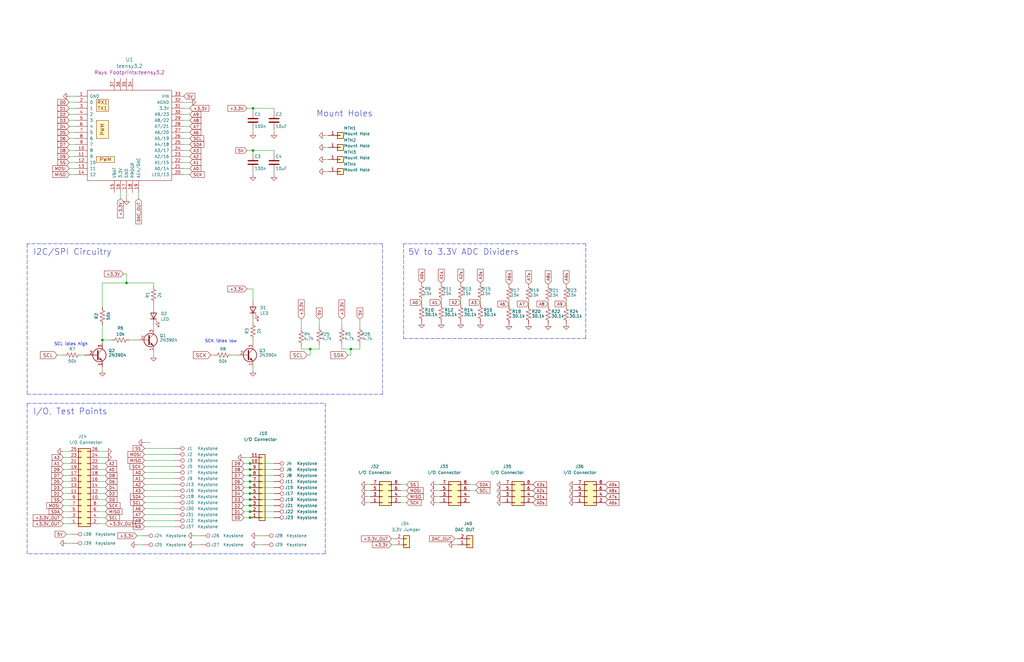
<source format=kicad_sch>
(kicad_sch (version 20211123) (generator eeschema)
  (paper "B")
  (junction (at 106.68 63.5))
  (junction (at 43.18 143.51))
  (junction (at 105.41 218.44))
  (junction (at 130.81 147.32))
  (junction (at 105.41 198.12))
  (junction (at 105.41 208.28))
  (junction (at 106.68 45.72))
  (junction (at 105.41 195.58))
  (junction (at 105.41 210.82))
  (junction (at 53.34 119.38))
  (junction (at 105.41 215.9))
  (junction (at 147.955 147.32))
  (junction (at 105.41 203.2))
  (junction (at 105.41 200.66))
  (junction (at 105.41 205.74))
  (junction (at 105.41 213.36))
  (wire (pts (xy 60.96 201.93) (xy 73.66 201.93)))
  (wire (pts (xy 43.18 119.38) (xy 43.18 129.54)))
  (wire (pts (xy 41.91 215.9) (xy 44.45 215.9)))
  (wire (pts (xy 177.8 127) (xy 177.8 128.27)))
  (wire (pts (xy 115.57 55.88) (xy 115.57 54.61)))
  (wire (pts (xy 29.21 205.74) (xy 26.67 205.74)))
  (wire (pts (xy 146.685 149.86) (xy 147.955 149.86)))
  (wire (pts (xy 105.41 213.36) (xy 115.57 213.36)))
  (wire (pts (xy 29.21 63.5) (xy 31.75 63.5)))
  (wire (pts (xy 80.01 48.26) (xy 77.47 48.26)))
  (wire (pts (xy 106.68 134.62) (xy 106.68 135.89)))
  (polyline (pts (xy 137.16 233.68) (xy 11.43 233.68)))
  (wire (pts (xy 44.45 218.44) (xy 41.91 218.44)))
  (polyline (pts (xy 161.29 166.37) (xy 161.29 102.87)))
  (wire (pts (xy 29.21 40.64) (xy 31.75 40.64)))
  (wire (pts (xy 137.16 72.39) (xy 138.43 72.39)))
  (polyline (pts (xy 170.18 102.87) (xy 170.18 142.875)))
  (wire (pts (xy 27.94 229.235) (xy 30.48 229.235)))
  (wire (pts (xy 138.43 67.31) (xy 137.16 67.31)))
  (wire (pts (xy 43.18 156.21) (xy 43.18 154.94)))
  (wire (pts (xy 202.565 127) (xy 202.565 128.27)))
  (wire (pts (xy 102.87 218.44) (xy 105.41 218.44)))
  (wire (pts (xy 127 134.62) (xy 127 138.43)))
  (wire (pts (xy 102.87 215.9) (xy 105.41 215.9)))
  (wire (pts (xy 214.63 127.635) (xy 214.63 128.905)))
  (wire (pts (xy 53.34 119.38) (xy 43.18 119.38)))
  (wire (pts (xy 105.41 213.36) (xy 102.87 213.36)))
  (wire (pts (xy 41.91 203.2) (xy 44.45 203.2)))
  (wire (pts (xy 184.15 209.55) (xy 185.42 209.55)))
  (wire (pts (xy 115.57 45.72) (xy 115.57 46.99)))
  (wire (pts (xy 60.96 217.17) (xy 73.66 217.17)))
  (wire (pts (xy 77.47 58.42) (xy 80.01 58.42)))
  (polyline (pts (xy 170.18 142.875) (xy 247.015 142.875)))
  (wire (pts (xy 60.96 196.85) (xy 73.66 196.85)))
  (wire (pts (xy 80.01 71.12) (xy 77.47 71.12)))
  (wire (pts (xy 26.67 195.58) (xy 29.21 195.58)))
  (wire (pts (xy 129.54 149.86) (xy 130.81 149.86)))
  (wire (pts (xy 102.87 210.82) (xy 105.41 210.82)))
  (wire (pts (xy 27.94 225.425) (xy 30.48 225.425)))
  (wire (pts (xy 53.34 83.82) (xy 53.34 81.28)))
  (wire (pts (xy 147.955 147.32) (xy 144.145 147.32)))
  (wire (pts (xy 108.585 229.87) (xy 111.125 229.87)))
  (wire (pts (xy 80.01 43.18) (xy 77.47 43.18)))
  (wire (pts (xy 60.96 189.23) (xy 73.66 189.23)))
  (wire (pts (xy 165.1 227.33) (xy 166.37 227.33)))
  (wire (pts (xy 168.91 207.01) (xy 171.45 207.01)))
  (wire (pts (xy 41.91 210.82) (xy 44.45 210.82)))
  (wire (pts (xy 29.21 213.36) (xy 26.67 213.36)))
  (wire (pts (xy 29.21 218.44) (xy 26.67 218.44)))
  (wire (pts (xy 200.66 207.01) (xy 198.12 207.01)))
  (wire (pts (xy 105.41 218.44) (xy 115.57 218.44)))
  (wire (pts (xy 165.1 229.87) (xy 166.37 229.87)))
  (wire (pts (xy 60.96 222.25) (xy 73.66 222.25)))
  (wire (pts (xy 29.21 198.12) (xy 26.67 198.12)))
  (polyline (pts (xy 11.43 170.18) (xy 137.16 170.18)))
  (wire (pts (xy 88.9 149.86) (xy 90.17 149.86)))
  (wire (pts (xy 43.18 143.51) (xy 43.18 144.78)))
  (wire (pts (xy 81.915 226.06) (xy 84.455 226.06)))
  (wire (pts (xy 105.41 208.28) (xy 115.57 208.28)))
  (wire (pts (xy 102.87 195.58) (xy 105.41 195.58)))
  (wire (pts (xy 105.41 198.12) (xy 115.57 198.12)))
  (wire (pts (xy 105.41 198.12) (xy 102.87 198.12)))
  (wire (pts (xy 64.77 128.27) (xy 64.77 129.54)))
  (wire (pts (xy 46.99 143.51) (xy 43.18 143.51)))
  (wire (pts (xy 44.45 190.5) (xy 41.91 190.5)))
  (wire (pts (xy 77.47 68.58) (xy 80.01 68.58)))
  (wire (pts (xy 130.81 147.32) (xy 134.62 147.32)))
  (wire (pts (xy 41.91 198.12) (xy 44.45 198.12)))
  (wire (pts (xy 80.01 55.88) (xy 77.47 55.88)))
  (wire (pts (xy 81.915 229.87) (xy 84.455 229.87)))
  (wire (pts (xy 80.01 66.04) (xy 77.47 66.04)))
  (wire (pts (xy 80.01 53.34) (xy 77.47 53.34)))
  (wire (pts (xy 105.41 203.2) (xy 102.87 203.2)))
  (wire (pts (xy 80.01 73.66) (xy 77.47 73.66)))
  (wire (pts (xy 60.96 207.01) (xy 73.66 207.01)))
  (wire (pts (xy 64.77 119.38) (xy 53.34 119.38)))
  (wire (pts (xy 115.57 205.74) (xy 105.41 205.74)))
  (wire (pts (xy 138.43 57.15) (xy 137.16 57.15)))
  (wire (pts (xy 151.765 147.32) (xy 147.955 147.32)))
  (wire (pts (xy 127 147.32) (xy 127 146.05)))
  (wire (pts (xy 171.45 209.55) (xy 168.91 209.55)))
  (wire (pts (xy 29.21 50.8) (xy 31.75 50.8)))
  (wire (pts (xy 80.01 63.5) (xy 77.47 63.5)))
  (wire (pts (xy 184.15 207.01) (xy 185.42 207.01)))
  (wire (pts (xy 147.955 147.32) (xy 147.955 149.86)))
  (polyline (pts (xy 11.43 102.87) (xy 11.43 166.37)))
  (wire (pts (xy 57.15 143.51) (xy 54.61 143.51)))
  (wire (pts (xy 186.055 127) (xy 186.055 128.27)))
  (wire (pts (xy 60.96 204.47) (xy 73.66 204.47)))
  (wire (pts (xy 44.45 195.58) (xy 41.91 195.58)))
  (wire (pts (xy 154.94 212.09) (xy 156.21 212.09)))
  (wire (pts (xy 154.94 207.01) (xy 156.21 207.01)))
  (wire (pts (xy 137.16 62.23) (xy 138.43 62.23)))
  (wire (pts (xy 34.29 149.86) (xy 35.56 149.86)))
  (wire (pts (xy 60.96 209.55) (xy 73.66 209.55)))
  (wire (pts (xy 60.96 199.39) (xy 73.66 199.39)))
  (wire (pts (xy 60.96 186.69) (xy 63.5 186.69)))
  (wire (pts (xy 231.14 127.635) (xy 231.14 128.905)))
  (wire (pts (xy 29.21 68.58) (xy 31.75 68.58)))
  (wire (pts (xy 57.785 229.87) (xy 60.325 229.87)))
  (wire (pts (xy 106.68 63.5) (xy 115.57 63.5)))
  (wire (pts (xy 144.145 134.62) (xy 144.145 137.795)))
  (wire (pts (xy 43.18 137.16) (xy 43.18 143.51)))
  (wire (pts (xy 151.765 145.415) (xy 151.765 147.32)))
  (wire (pts (xy 26.67 220.98) (xy 29.21 220.98)))
  (wire (pts (xy 60.96 219.71) (xy 73.66 219.71)))
  (polyline (pts (xy 11.43 233.68) (xy 11.43 170.18)))
  (wire (pts (xy 184.15 212.09) (xy 185.42 212.09)))
  (wire (pts (xy 106.68 55.88) (xy 106.68 54.61)))
  (wire (pts (xy 200.66 204.47) (xy 198.12 204.47)))
  (wire (pts (xy 52.07 115.57) (xy 53.34 115.57)))
  (wire (pts (xy 194.31 127) (xy 194.31 128.27)))
  (wire (pts (xy 29.21 200.66) (xy 26.67 200.66)))
  (wire (pts (xy 102.87 200.66) (xy 105.41 200.66)))
  (polyline (pts (xy 161.29 102.87) (xy 11.43 102.87)))
  (wire (pts (xy 29.21 55.88) (xy 31.75 55.88)))
  (wire (pts (xy 60.96 194.31) (xy 73.66 194.31)))
  (wire (pts (xy 105.41 208.28) (xy 102.87 208.28)))
  (wire (pts (xy 106.68 144.78) (xy 106.68 143.51)))
  (wire (pts (xy 222.885 127.635) (xy 222.885 128.905)))
  (wire (pts (xy 58.42 83.82) (xy 58.42 81.28)))
  (wire (pts (xy 102.87 205.74) (xy 105.41 205.74)))
  (polyline (pts (xy 137.16 170.18) (xy 137.16 233.68)))
  (wire (pts (xy 29.21 66.04) (xy 31.75 66.04)))
  (wire (pts (xy 102.87 193.04) (xy 105.41 193.04)))
  (wire (pts (xy 80.01 60.96) (xy 77.47 60.96)))
  (wire (pts (xy 115.57 73.66) (xy 115.57 72.39)))
  (wire (pts (xy 31.75 43.18) (xy 29.21 43.18)))
  (polyline (pts (xy 247.015 102.87) (xy 170.18 102.87)))
  (wire (pts (xy 106.68 73.66) (xy 106.68 72.39)))
  (wire (pts (xy 29.21 193.04) (xy 26.67 193.04)))
  (wire (pts (xy 29.21 60.96) (xy 31.75 60.96)))
  (wire (pts (xy 26.67 208.28) (xy 29.21 208.28)))
  (wire (pts (xy 104.14 121.92) (xy 106.68 121.92)))
  (polyline (pts (xy 11.43 166.37) (xy 161.29 166.37)))
  (wire (pts (xy 106.68 156.21) (xy 106.68 154.94)))
  (wire (pts (xy 115.57 63.5) (xy 115.57 64.77)))
  (wire (pts (xy 127 147.32) (xy 130.81 147.32)))
  (wire (pts (xy 106.68 63.5) (xy 106.68 64.77)))
  (wire (pts (xy 31.75 53.34) (xy 29.21 53.34)))
  (wire (pts (xy 26.67 203.2) (xy 29.21 203.2)))
  (wire (pts (xy 184.15 204.47) (xy 185.42 204.47)))
  (wire (pts (xy 24.13 149.86) (xy 26.67 149.86)))
  (wire (pts (xy 130.81 147.32) (xy 130.81 149.86)))
  (wire (pts (xy 26.67 215.9) (xy 29.21 215.9)))
  (wire (pts (xy 115.57 200.66) (xy 105.41 200.66)))
  (wire (pts (xy 60.96 214.63) (xy 73.66 214.63)))
  (wire (pts (xy 60.96 191.77) (xy 73.66 191.77)))
  (wire (pts (xy 191.77 229.87) (xy 193.04 229.87)))
  (wire (pts (xy 41.91 193.04) (xy 44.45 193.04)))
  (wire (pts (xy 44.45 208.28) (xy 41.91 208.28)))
  (wire (pts (xy 64.77 119.38) (xy 64.77 120.65)))
  (wire (pts (xy 105.41 210.82) (xy 115.57 210.82)))
  (wire (pts (xy 191.77 227.33) (xy 193.04 227.33)))
  (wire (pts (xy 29.21 73.66) (xy 31.75 73.66)))
  (polyline (pts (xy 247.015 142.875) (xy 247.015 102.87)))
  (wire (pts (xy 80.01 45.72) (xy 77.47 45.72)))
  (wire (pts (xy 104.14 63.5) (xy 106.68 63.5)))
  (wire (pts (xy 80.01 50.8) (xy 77.47 50.8)))
  (wire (pts (xy 151.765 134.62) (xy 151.765 137.795)))
  (wire (pts (xy 134.62 145.415) (xy 134.62 147.32)))
  (wire (pts (xy 108.585 226.06) (xy 111.125 226.06)))
  (wire (pts (xy 26.67 190.5) (xy 29.21 190.5)))
  (wire (pts (xy 50.8 83.82) (xy 50.8 81.28)))
  (wire (pts (xy 97.79 149.86) (xy 99.06 149.86)))
  (wire (pts (xy 44.45 213.36) (xy 41.91 213.36)))
  (wire (pts (xy 154.94 204.47) (xy 156.21 204.47)))
  (wire (pts (xy 60.96 212.09) (xy 73.66 212.09)))
  (wire (pts (xy 31.75 58.42) (xy 29.21 58.42)))
  (wire (pts (xy 64.77 149.86) (xy 64.77 148.59)))
  (wire (pts (xy 171.45 204.47) (xy 168.91 204.47)))
  (wire (pts (xy 134.62 134.62) (xy 134.62 137.795)))
  (wire (pts (xy 41.91 220.98) (xy 44.45 220.98)))
  (wire (pts (xy 44.45 200.66) (xy 41.91 200.66)))
  (wire (pts (xy 53.34 115.57) (xy 53.34 119.38)))
  (wire (pts (xy 31.75 48.26) (xy 29.21 48.26)))
  (wire (pts (xy 104.14 45.72) (xy 106.68 45.72)))
  (wire (pts (xy 106.68 45.72) (xy 106.68 46.99)))
  (wire (pts (xy 106.68 45.72) (xy 115.57 45.72)))
  (wire (pts (xy 57.785 226.06) (xy 60.325 226.06)))
  (wire (pts (xy 105.41 203.2) (xy 115.57 203.2)))
  (wire (pts (xy 115.57 195.58) (xy 105.41 195.58)))
  (wire (pts (xy 64.77 138.43) (xy 64.77 137.16)))
  (wire (pts (xy 31.75 71.12) (xy 29.21 71.12)))
  (wire (pts (xy 106.68 121.92) (xy 106.68 127)))
  (wire (pts (xy 154.94 209.55) (xy 156.21 209.55)))
  (wire (pts (xy 168.91 212.09) (xy 171.45 212.09)))
  (wire (pts (xy 105.41 215.9) (xy 115.57 215.9)))
  (wire (pts (xy 26.67 210.82) (xy 29.21 210.82)))
  (wire (pts (xy 29.21 45.72) (xy 31.75 45.72)))
  (wire (pts (xy 44.45 205.74) (xy 41.91 205.74)))
  (wire (pts (xy 238.76 127.635) (xy 238.76 128.905)))
  (wire (pts (xy 144.145 145.415) (xy 144.145 147.32)))
  (text "5V to 3.3V ADC Dividers" (at 172.085 107.95 0) (effects (font (size 2.54 2.54)) (justify left bottom)))
  (text "Mount Holes" (at 133.35 49.53 0) (effects (font (size 2.54 2.54)) (justify left bottom)))
  (text "I/O, Test Points" (at 13.97 175.26 0) (effects (font (size 2.54 2.54)) (justify left bottom)))
  (text "SCK idles low" (at 86.36 144.78 0) (effects (font (size 1.27 1.27)) (justify left bottom)))
  (text "I2C/SPI Circuitry" (at 13.97 107.95 0) (effects (font (size 2.54 2.54)) (justify left bottom)))
  (text "SCL idles high" (at 22.86 146.05 0) (effects (font (size 1.27 1.27)) (justify left bottom)))
  (global_label "SS" (shape input) (at 29.21 68.58 180) (property "Intersheet References" "${INTERSHEET_REFS}" (effects hide)))
  (global_label "+3.3V" (shape input) (at 104.14 121.92 180) (property "Intersheet References" "${INTERSHEET_REFS}" (effects hide)))
  (global_label "MOSI" (shape input) (at 29.21 71.12 180) (property "Intersheet References" "${INTERSHEET_REFS}" (effects hide)))
  (global_label "D4" (shape input) (at 102.87 208.28 180) (property "Intersheet References" "${INTERSHEET_REFS}" (effects hide)))
  (global_label "A1s" (shape input) (at 224.79 209.55 0) (property "Intersheet References" "${INTERSHEET_REFS}" (effects hide)))
  (global_label "5V" (shape input) (at 77.47 40.64 0) (property "Intersheet References" "${INTERSHEET_REFS}" (effects hide)))
  (global_label "SDA" (shape input) (at 26.67 215.9 180) (property "Intersheet References" "${INTERSHEET_REFS}" (effects hide)))
  (global_label "A8s" (shape input) (at 255.27 207.01 0) (property "Intersheet References" "${INTERSHEET_REFS}" (effects hide)))
  (global_label "A9s" (shape input) (at 238.76 120.015 90) (property "Intersheet References" "${INTERSHEET_REFS}" (effects hide)))
  (global_label "A7" (shape input) (at 60.96 217.17 180) (property "Intersheet References" "${INTERSHEET_REFS}" (effects hide)))
  (global_label "+3.3V" (shape input) (at 104.14 45.72 180) (property "Intersheet References" "${INTERSHEET_REFS}" (effects hide)))
  (global_label "5V" (shape input) (at 104.14 63.5 180) (property "Intersheet References" "${INTERSHEET_REFS}" (effects hide)))
  (global_label "A1" (shape input) (at 60.96 201.93 180) (property "Intersheet References" "${INTERSHEET_REFS}" (effects hide)))
  (global_label "A3s" (shape input) (at 202.565 119.38 90) (property "Intersheet References" "${INTERSHEET_REFS}" (effects hide)))
  (global_label "A7" (shape input) (at 222.885 128.27 180) (property "Intersheet References" "${INTERSHEET_REFS}" (effects hide)))
  (global_label "MISO" (shape input) (at 29.21 73.66 180) (property "Intersheet References" "${INTERSHEET_REFS}" (effects hide)))
  (global_label "D3" (shape input) (at 102.87 210.82 180) (property "Intersheet References" "${INTERSHEET_REFS}" (effects hide)))
  (global_label "SCK" (shape input) (at 44.45 213.36 0) (property "Intersheet References" "${INTERSHEET_REFS}" (effects hide)))
  (global_label "D8" (shape input) (at 102.87 198.12 180) (property "Intersheet References" "${INTERSHEET_REFS}" (effects hide)))
  (global_label "+3.3V" (shape input) (at 50.8 83.82 270) (property "Intersheet References" "${INTERSHEET_REFS}" (effects hide)))
  (global_label "A0s" (shape input) (at 177.8 119.38 90) (property "Intersheet References" "${INTERSHEET_REFS}" (effects hide)))
  (global_label "D2" (shape input) (at 44.45 208.28 0) (property "Intersheet References" "${INTERSHEET_REFS}" (effects hide)))
  (global_label "+3.3V" (shape input) (at 80.01 45.72 0) (property "Intersheet References" "${INTERSHEET_REFS}" (effects hide)))
  (global_label "A8" (shape input) (at 231.14 128.27 180) (property "Intersheet References" "${INTERSHEET_REFS}" (effects hide)))
  (global_label "SCK" (shape input) (at 171.45 212.09 0) (property "Intersheet References" "${INTERSHEET_REFS}" (effects hide)))
  (global_label "SDA" (shape input) (at 146.685 149.86 180) (effects (font (size 1.524 1.524))) (property "Intersheet References" "${INTERSHEET_REFS}" (effects hide)))
  (global_label "+3.3V" (shape input) (at 52.07 115.57 180) (property "Intersheet References" "${INTERSHEET_REFS}" (effects hide)))
  (global_label "SCL" (shape input) (at 44.45 218.44 0) (property "Intersheet References" "${INTERSHEET_REFS}" (effects hide)))
  (global_label "A0" (shape input) (at 60.96 199.39 180) (property "Intersheet References" "${INTERSHEET_REFS}" (effects hide)))
  (global_label "A0" (shape input) (at 177.8 127.635 180) (property "Intersheet References" "${INTERSHEET_REFS}" (effects hide)))
  (global_label "A9" (shape input) (at 238.76 128.27 180) (property "Intersheet References" "${INTERSHEET_REFS}" (effects hide)))
  (global_label "D2" (shape input) (at 102.87 213.36 180) (property "Intersheet References" "${INTERSHEET_REFS}" (effects hide)))
  (global_label "A3" (shape input) (at 26.67 193.04 180) (property "Intersheet References" "${INTERSHEET_REFS}" (effects hide)))
  (global_label "DAC_OUT" (shape input) (at 191.77 227.33 180) (property "Intersheet References" "${INTERSHEET_REFS}" (effects hide)))
  (global_label "A2" (shape input) (at 44.45 195.58 0) (property "Intersheet References" "${INTERSHEET_REFS}" (effects hide)))
  (global_label "+3.3V" (shape input) (at 127 134.62 90) (property "Intersheet References" "${INTERSHEET_REFS}" (effects hide)))
  (global_label "A3" (shape input) (at 80.01 63.5 0) (property "Intersheet References" "${INTERSHEET_REFS}" (effects hide)))
  (global_label "5V" (shape input) (at 134.62 134.62 90) (property "Intersheet References" "${INTERSHEET_REFS}" (effects hide)))
  (global_label "A2" (shape input) (at 60.96 204.47 180) (property "Intersheet References" "${INTERSHEET_REFS}" (effects hide)))
  (global_label "A6" (shape input) (at 214.63 128.27 180) (property "Intersheet References" "${INTERSHEET_REFS}" (effects hide)))
  (global_label "A2" (shape input) (at 80.01 66.04 0) (property "Intersheet References" "${INTERSHEET_REFS}" (effects hide)))
  (global_label "A1" (shape input) (at 26.67 195.58 180) (property "Intersheet References" "${INTERSHEET_REFS}" (effects hide)))
  (global_label "+3.3V" (shape input) (at 57.785 226.06 180) (property "Intersheet References" "${INTERSHEET_REFS}" (effects hide)))
  (global_label "A0" (shape input) (at 80.01 71.12 0) (property "Intersheet References" "${INTERSHEET_REFS}" (effects hide)))
  (global_label "A9" (shape input) (at 80.01 48.26 0) (property "Intersheet References" "${INTERSHEET_REFS}" (effects hide)))
  (global_label "+3.3V_OUT" (shape input) (at 44.45 220.98 0) (property "Intersheet References" "${INTERSHEET_REFS}" (effects hide)))
  (global_label "A8s" (shape input) (at 231.14 120.015 90) (property "Intersheet References" "${INTERSHEET_REFS}" (effects hide)))
  (global_label "A3s" (shape input) (at 224.79 204.47 0) (property "Intersheet References" "${INTERSHEET_REFS}" (effects hide)))
  (global_label "D9" (shape input) (at 29.21 66.04 180) (property "Intersheet References" "${INTERSHEET_REFS}" (effects hide)))
  (global_label "+3.3V_OUT" (shape input) (at 165.1 227.33 180) (property "Intersheet References" "${INTERSHEET_REFS}" (effects hide)))
  (global_label "A7s" (shape input) (at 222.885 120.015 90) (property "Intersheet References" "${INTERSHEET_REFS}" (effects hide)))
  (global_label "D1" (shape input) (at 26.67 208.28 180) (property "Intersheet References" "${INTERSHEET_REFS}" (effects hide)))
  (global_label "DAC_OUT" (shape input) (at 58.42 83.82 270) (property "Intersheet References" "${INTERSHEET_REFS}" (effects hide)))
  (global_label "SS" (shape input) (at 171.45 204.47 0) (property "Intersheet References" "${INTERSHEET_REFS}" (effects hide)))
  (global_label "D7" (shape input) (at 102.87 200.66 180) (property "Intersheet References" "${INTERSHEET_REFS}" (effects hide)))
  (global_label "D7" (shape input) (at 29.21 60.96 180) (property "Intersheet References" "${INTERSHEET_REFS}" (effects hide)))
  (global_label "SDA" (shape input) (at 200.66 204.47 0) (property "Intersheet References" "${INTERSHEET_REFS}" (effects hide)))
  (global_label "D8" (shape input) (at 44.45 200.66 0) (property "Intersheet References" "${INTERSHEET_REFS}" (effects hide)))
  (global_label "A0s" (shape input) (at 224.79 212.09 0) (property "Intersheet References" "${INTERSHEET_REFS}" (effects hide)))
  (global_label "MISO" (shape input) (at 171.45 209.55 0) (property "Intersheet References" "${INTERSHEET_REFS}" (effects hide)))
  (global_label "MISO" (shape input) (at 44.45 215.9 0) (property "Intersheet References" "${INTERSHEET_REFS}" (effects hide)))
  (global_label "SCL" (shape input) (at 129.54 149.86 180) (effects (font (size 1.524 1.524))) (property "Intersheet References" "${INTERSHEET_REFS}" (effects hide)))
  (global_label "MOSI" (shape input) (at 171.45 207.01 0) (property "Intersheet References" "${INTERSHEET_REFS}" (effects hide)))
  (global_label "A0" (shape input) (at 44.45 198.12 0) (property "Intersheet References" "${INTERSHEET_REFS}" (effects hide)))
  (global_label "D3" (shape input) (at 29.21 50.8 180) (property "Intersheet References" "${INTERSHEET_REFS}" (effects hide)))
  (global_label "D0" (shape input) (at 29.21 43.18 180) (property "Intersheet References" "${INTERSHEET_REFS}" (effects hide)))
  (global_label "SCK" (shape input) (at 80.01 73.66 0) (property "Intersheet References" "${INTERSHEET_REFS}" (effects hide)))
  (global_label "SS" (shape input) (at 60.96 189.23 180) (property "Intersheet References" "${INTERSHEET_REFS}" (effects hide)))
  (global_label "SCL" (shape input) (at 24.13 149.86 180) (effects (font (size 1.524 1.524))) (property "Intersheet References" "${INTERSHEET_REFS}" (effects hide)))
  (global_label "A6s" (shape input) (at 255.27 212.09 0) (property "Intersheet References" "${INTERSHEET_REFS}" (effects hide)))
  (global_label "D4" (shape input) (at 29.21 53.34 180) (property "Intersheet References" "${INTERSHEET_REFS}" (effects hide)))
  (global_label "A8" (shape input) (at 80.01 50.8 0) (property "Intersheet References" "${INTERSHEET_REFS}" (effects hide)))
  (global_label "5V" (shape input) (at 151.765 134.62 90) (property "Intersheet References" "${INTERSHEET_REFS}" (effects hide)))
  (global_label "SCL" (shape input) (at 200.66 207.01 0) (property "Intersheet References" "${INTERSHEET_REFS}" (effects hide)))
  (global_label "D9" (shape input) (at 102.87 195.58 180) (property "Intersheet References" "${INTERSHEET_REFS}" (effects hide)))
  (global_label "D9" (shape input) (at 26.67 198.12 180) (property "Intersheet References" "${INTERSHEET_REFS}" (effects hide)))
  (global_label "+3.3V_OUT" (shape input) (at 26.67 220.98 180) (property "Intersheet References" "${INTERSHEET_REFS}" (effects hide)))
  (global_label "+3.3V" (shape input) (at 165.1 229.87 180) (property "Intersheet References" "${INTERSHEET_REFS}" (effects hide)))
  (global_label "A7" (shape input) (at 80.01 53.34 0) (property "Intersheet References" "${INTERSHEET_REFS}" (effects hide)))
  (global_label "SCL" (shape input) (at 80.01 58.42 0) (property "Intersheet References" "${INTERSHEET_REFS}" (effects hide)))
  (global_label "A2s" (shape input) (at 194.31 119.38 90) (property "Intersheet References" "${INTERSHEET_REFS}" (effects hide)))
  (global_label "A3" (shape input) (at 202.565 127.635 180) (property "Intersheet References" "${INTERSHEET_REFS}" (effects hide)))
  (global_label "D1" (shape input) (at 102.87 215.9 180) (property "Intersheet References" "${INTERSHEET_REFS}" (effects hide)))
  (global_label "A2s" (shape input) (at 224.79 207.01 0) (property "Intersheet References" "${INTERSHEET_REFS}" (effects hide)))
  (global_label "SCK" (shape input) (at 60.96 196.85 180) (property "Intersheet References" "${INTERSHEET_REFS}" (effects hide)))
  (global_label "D0" (shape input) (at 44.45 210.82 0) (property "Intersheet References" "${INTERSHEET_REFS}" (effects hide)))
  (global_label "D6" (shape input) (at 44.45 203.2 0) (property "Intersheet References" "${INTERSHEET_REFS}" (effects hide)))
  (global_label "SCL" (shape input) (at 60.96 212.09 180) (property "Intersheet References" "${INTERSHEET_REFS}" (effects hide)))
  (global_label "+3.3V_OUT" (shape input) (at 26.67 218.44 180) (property "Intersheet References" "${INTERSHEET_REFS}" (effects hide)))
  (global_label "A1" (shape input) (at 80.01 68.58 0) (property "Intersheet References" "${INTERSHEET_REFS}" (effects hide)))
  (global_label "D2" (shape input) (at 29.21 48.26 180) (property "Intersheet References" "${INTERSHEET_REFS}" (effects hide)))
  (global_label "SDA" (shape input) (at 80.01 60.96 0) (property "Intersheet References" "${INTERSHEET_REFS}" (effects hide)))
  (global_label "+3.3V" (shape input) (at 144.145 134.62 90) (property "Intersheet References" "${INTERSHEET_REFS}" (effects hide)))
  (global_label "A7s" (shape input) (at 255.27 209.55 0) (property "Intersheet References" "${INTERSHEET_REFS}" (effects hide)))
  (global_label "SCK" (shape input) (at 88.9 149.86 180) (effects (font (size 1.524 1.524))) (property "Intersheet References" "${INTERSHEET_REFS}" (effects hide)))
  (global_label "A9" (shape input) (at 60.96 222.25 180) (property "Intersheet References" "${INTERSHEET_REFS}" (effects hide)))
  (global_label "D5" (shape input) (at 26.67 203.2 180) (property "Intersheet References" "${INTERSHEET_REFS}" (effects hide)))
  (global_label "A6" (shape input) (at 80.01 55.88 0) (property "Intersheet References" "${INTERSHEET_REFS}" (effects hide)))
  (global_label "A2" (shape input) (at 194.31 127.635 180) (property "Intersheet References" "${INTERSHEET_REFS}" (effects hide)))
  (global_label "D5" (shape input) (at 29.21 55.88 180) (property "Intersheet References" "${INTERSHEET_REFS}" (effects hide)))
  (global_label "A6s" (shape input) (at 214.63 120.015 90) (property "Intersheet References" "${INTERSHEET_REFS}" (effects hide)))
  (global_label "D4" (shape input) (at 44.45 205.74 0) (property "Intersheet References" "${INTERSHEET_REFS}" (effects hide)))
  (global_label "MOSI" (shape input) (at 26.67 213.36 180) (property "Intersheet References" "${INTERSHEET_REFS}" (effects hide)))
  (global_label "A6" (shape input) (at 60.96 214.63 180) (property "Intersheet References" "${INTERSHEET_REFS}" (effects hide)))
  (global_label "SDA" (shape input) (at 60.96 209.55 180) (property "Intersheet References" "${INTERSHEET_REFS}" (effects hide)))
  (global_label "A8" (shape input) (at 60.96 219.71 180) (property "Intersheet References" "${INTERSHEET_REFS}" (effects hide)))
  (global_label "D5" (shape input) (at 102.87 205.74 180) (property "Intersheet References" "${INTERSHEET_REFS}" (effects hide)))
  (global_label "5V" (shape input) (at 27.94 225.425 180) (property "Intersheet References" "${INTERSHEET_REFS}" (effects hide)))
  (global_label "A1s" (shape input) (at 186.055 119.38 90) (property "Intersheet References" "${INTERSHEET_REFS}" (effects hide)))
  (global_label "A9s" (shape input) (at 255.27 204.47 0) (property "Intersheet References" "${INTERSHEET_REFS}" (effects hide)))
  (global_label "MOSI" (shape input) (at 60.96 191.77 180) (property "Intersheet References" "${INTERSHEET_REFS}" (effects hide)))
  (global_label "D6" (shape input) (at 102.87 203.2 180) (property "Intersheet References" "${INTERSHEET_REFS}" (effects hide)))
  (global_label "D3" (shape input) (at 26.67 205.74 180) (property "Intersheet References" "${INTERSHEET_REFS}" (effects hide)))
  (global_label "D8" (shape input) (at 29.21 63.5 180) (property "Intersheet References" "${INTERSHEET_REFS}" (effects hide)))
  (global_label "A1" (shape input) (at 186.055 127.635 180) (property "Intersheet References" "${INTERSHEET_REFS}" (effects hide)))
  (global_label "A3" (shape input) (at 60.96 207.01 180) (property "Intersheet References" "${INTERSHEET_REFS}" (effects hide)))
  (global_label "D6" (shape input) (at 29.21 58.42 180) (property "Intersheet References" "${INTERSHEET_REFS}" (effects hide)))
  (global_label "D1" (shape input) (at 29.21 45.72 180) (property "Intersheet References" "${INTERSHEET_REFS}" (effects hide)))
  (global_label "D7" (shape input) (at 26.67 200.66 180) (property "Intersheet References" "${INTERSHEET_REFS}" (effects hide)))
  (global_label "SS" (shape input) (at 26.67 210.82 180) (property "Intersheet References" "${INTERSHEET_REFS}" (effects hide)))
  (global_label "MISO" (shape input) (at 60.96 194.31 180) (property "Intersheet References" "${INTERSHEET_REFS}" (effects hide)))
  (global_label "D0" (shape input) (at 102.87 218.44 180) (property "Intersheet References" "${INTERSHEET_REFS}" (effects hide)))
  (symbol (lib_id "Device:C") (at 106.68 50.8 0) (unit 1)
    (property "Reference" "C1" (at 107.315 48.26 0) (effects (justify left)))
    (property "Value" "100n" (at 107.315 53.34 0) (effects (justify left)))
    (property "Footprint" "Rays Footprints:C_0805_HandSoldering" (effects hide))
    (property "Datasheet" "AVX 08053C104KAT2A" (effects hide))
  )
  (symbol (lib_id "Device:LED") (at 106.68 130.81 90) (unit 1)
    (property "Reference" "D1" (at 109.6518 129.8448 90) (effects (justify right)))
    (property "Value" "LED" (at 109.6518 132.1562 90) (effects (justify right)))
    (property "Footprint" "LED_SMD:LED_0805_2012Metric_Pad1.15x1.40mm_HandSolder" (effects hide))
  )
  (symbol (lib_id "transistors:2N3904") (at 40.64 149.86 0) (unit 1)
    (property "Reference" "Q2" (at 45.72 147.955 0) (effects (justify left)))
    (property "Value" "2N3904" (at 45.72 149.86 0) (effects (justify left)))
    (property "Footprint" "Rays Footprints:2N3904-SOT-23" (effects hide))
    (property "Datasheet" "MMBT3904-TP or equiv" (effects hide))
  )
  (symbol (lib_id "transistors:2N3904") (at 104.14 149.86 0) (unit 1)
    (property "Reference" "Q3" (at 109.22 147.955 0) (effects (justify left)))
    (property "Value" "2N3904" (at 109.22 149.86 0) (effects (justify left)))
    (property "Footprint" "Rays Footprints:2N3904-SOT-23" (effects hide))
    (property "Datasheet" "MMBT3904-TP or equiv" (effects hide))
  )
  (symbol (lib_id "Device:LED") (at 64.77 133.35 90) (unit 1)
    (property "Reference" "D2" (at 67.7418 132.3848 90) (effects (justify right)))
    (property "Value" "LED" (at 67.7418 134.6962 90) (effects (justify right)))
    (property "Footprint" "LED_SMD:LED_0805_2012Metric_Pad1.15x1.40mm_HandSolder" (effects hide))
  )
  (symbol (lib_id "Device:R_US") (at 127 142.24 180) (unit 1)
    (property "Reference" "R4" (at 129.54 140.97 0))
    (property "Value" "4.7k" (at 130.175 142.875 0))
    (property "Footprint" "Rays Footprints:R_0805_HandSoldering" (effects hide))
  )
  (symbol (lib_id "Device:R_US") (at 144.145 141.605 180) (unit 1)
    (property "Reference" "R5" (at 146.685 140.97 0))
    (property "Value" "4.7k" (at 147.32 142.875 0))
    (property "Footprint" "Rays Footprints:R_0805_HandSoldering" (effects hide))
  )
  (symbol (lib_id "transistors:2N3904") (at 62.23 143.51 0) (unit 1)
    (property "Reference" "Q1" (at 67.31 141.605 0) (effects (justify left)))
    (property "Value" "2N3904" (at 67.31 143.51 0) (effects (justify left)))
    (property "Footprint" "Rays Footprints:2N3904-SOT-23" (effects hide))
    (property "Datasheet" "MMBT3904-TP or equiv" (effects hide))
  )
  (symbol (lib_id "Connector_Generic:Conn_01x01") (at 143.51 62.23 0) (unit 1)
    (property "Reference" "MTH2" (at 144.9832 59.182 0) (effects (justify left)))
    (property "Value" "Mount Hole" (at 144.9832 61.4934 0) (effects (justify left)))
    (property "Footprint" "Rays Footprints:Mount-Hole-#6" (effects hide))
  )
  (symbol (lib_id "Connector_Generic:Conn_01x01") (at 143.51 72.39 0) (unit 1)
    (property "Reference" "MTH4" (at 144.9832 69.342 0) (effects (justify left)))
    (property "Value" "Mount Hole" (at 144.9832 71.6534 0) (effects (justify left)))
    (property "Footprint" "Rays Footprints:Mount-Hole-#6" (effects hide))
  )
  (symbol (lib_id "Connector_Generic:Conn_01x01") (at 143.51 57.15 0) (unit 1)
    (property "Reference" "MTH1" (at 144.9832 54.102 0) (effects (justify left)))
    (property "Value" "Mount Hole" (at 144.9832 56.4134 0) (effects (justify left)))
    (property "Footprint" "Rays Footprints:Mount-Hole-#6" (effects hide))
  )
  (symbol (lib_id "Connector_Generic:Conn_01x01") (at 143.51 67.31 0) (unit 1)
    (property "Reference" "MTH3" (at 144.9832 64.262 0) (effects (justify left)))
    (property "Value" "Mount Hole" (at 144.9832 66.5734 0) (effects (justify left)))
    (property "Footprint" "Rays Footprints:Mount-Hole-#6" (effects hide))
  )
  (symbol (lib_id "Device:R_US") (at 106.68 139.7 180) (unit 1)
    (property "Reference" "R3" (at 104.14 139.7 90))
    (property "Value" "2k" (at 109.22 139.7 90))
    (property "Footprint" "Rays Footprints:R_0805_HandSoldering" (effects hide))
  )
  (symbol (lib_id "Device:R_US") (at 93.98 149.86 90) (unit 1)
    (property "Reference" "R8" (at 93.98 147.32 90))
    (property "Value" "50k" (at 93.98 152.4 90))
    (property "Footprint" "Rays Footprints:R_0805_HandSoldering" (effects hide))
  )
  (symbol (lib_id "Device:R_US") (at 50.8 143.51 90) (unit 1)
    (property "Reference" "R6" (at 50.8 138.43 90))
    (property "Value" "10k" (at 50.8 140.97 90))
    (property "Footprint" "Rays Footprints:R_0805_HandSoldering" (effects hide))
  )
  (symbol (lib_id "Device:R_US") (at 30.48 149.86 90) (unit 1)
    (property "Reference" "R7" (at 30.48 147.32 90))
    (property "Value" "50k" (at 30.48 152.4 90))
    (property "Footprint" "Rays Footprints:R_0805_HandSoldering" (effects hide))
  )
  (symbol (lib_id "Device:R_US") (at 43.18 133.35 0) (unit 1)
    (property "Reference" "R2" (at 40.64 133.35 90))
    (property "Value" "50k" (at 45.72 133.35 90))
    (property "Footprint" "Rays Footprints:R_0805_HandSoldering" (effects hide))
  )
  (symbol (lib_id "Device:R_US") (at 64.77 124.46 180) (unit 1)
    (property "Reference" "R1" (at 62.23 124.46 90))
    (property "Value" "2k" (at 67.31 124.46 90))
    (property "Footprint" "Rays Footprints:R_0805_HandSoldering" (effects hide))
  )
  (symbol (lib_id "power:GND") (at 106.68 156.21 0) (unit 1)
    (property "Reference" "#PWR08" (effects hide))
    (property "Value" "GND" (effects hide))
  )
  (symbol (lib_id "power:GND") (at 64.77 149.86 0) (unit 1)
    (property "Reference" "#PWR06" (effects hide))
    (property "Value" "GND" (effects hide))
  )
  (symbol (lib_id "power:GND") (at 43.18 156.21 0) (unit 1)
    (property "Reference" "#PWR07" (effects hide))
    (property "Value" "GND" (effects hide))
  )
  (symbol (lib_id "power:GND") (at 57.785 229.87 270) (unit 1)
    (property "Reference" "#PWR09" (effects hide))
    (property "Value" "GND" (effects hide))
  )
  (symbol (lib_id "Teensy-Breakout-v3-rescue:teensy3.2-Teensy3") (at 39.37 58.42 0) (unit 1)
    (property "Reference" "U1" (at 54.61 25.1714 0) (effects (font (size 1.524 1.524))))
    (property "Value" "teensy3.2" (at 54.61 27.8638 0) (effects (font (size 1.524 1.524))))
    (property "Footprint" "Rays Footprints:teensy3.2" (at 54.61 30.5562 0) (effects (font (size 1.524 1.524))))
  )
  (symbol (lib_id "power:GND") (at 26.67 190.5 270) (unit 1)
    (property "Reference" "#PWR0105" (effects hide))
    (property "Value" "GND" (effects hide))
  )
  (symbol (lib_id "power:GND") (at 44.45 190.5 90) (unit 1)
    (property "Reference" "#PWR0106" (effects hide))
    (property "Value" "GND" (effects hide))
  )
  (symbol (lib_id "Connector:TestPoint") (at 111.125 229.87 270) (unit 1)
    (property "Reference" "J29" (at 117.475 229.87 90))
    (property "Value" "Keystone" (at 125.095 229.87 90))
    (property "Footprint" "Rays Footprints:Keystone-5005" (effects hide))
  )
  (symbol (lib_id "power:GND") (at 108.585 229.87 270) (unit 1)
    (property "Reference" "#PWR0107" (effects hide))
    (property "Value" "GND" (effects hide))
  )
  (symbol (lib_id "Connector:TestPoint") (at 111.125 226.06 270) (unit 1)
    (property "Reference" "J28" (at 117.475 226.06 90))
    (property "Value" "Keystone" (at 125.095 226.06 90))
    (property "Footprint" "Rays Footprints:Keystone-5005" (effects hide))
  )
  (symbol (lib_id "power:GND") (at 108.585 226.06 270) (unit 1)
    (property "Reference" "#PWR0111" (effects hide))
    (property "Value" "GND" (effects hide))
  )
  (symbol (lib_id "Connector:TestPoint") (at 73.66 214.63 270) (unit 1)
    (property "Reference" "J30" (at 80.01 214.63 90))
    (property "Value" "Keystone" (at 87.63 214.63 90))
    (property "Footprint" "Rays Footprints:Keystone-5005" (effects hide))
  )
  (symbol (lib_id "Connector:TestPoint") (at 73.66 217.17 270) (unit 1)
    (property "Reference" "J31" (at 80.01 217.17 90))
    (property "Value" "Keystone" (at 87.63 217.17 90))
    (property "Footprint" "Rays Footprints:Keystone-5005" (effects hide))
  )
  (symbol (lib_id "power:GND") (at 53.34 83.82 0) (unit 1)
    (property "Reference" "#PWR05" (effects hide))
    (property "Value" "GND" (effects hide))
  )
  (symbol (lib_id "power:GND") (at 29.21 40.64 270) (unit 1)
    (property "Reference" "#PWR01" (effects hide))
    (property "Value" "GND" (effects hide))
  )
  (symbol (lib_id "power:GND") (at 80.01 43.18 90) (unit 1)
    (property "Reference" "#PWR02" (effects hide))
    (property "Value" "GND" (effects hide))
  )
  (symbol (lib_id "power:GND") (at 106.68 55.88 0) (unit 1)
    (property "Reference" "#PWR03" (effects hide))
    (property "Value" "GND" (effects hide))
  )
  (symbol (lib_id "Device:C") (at 115.57 50.8 0) (unit 1)
    (property "Reference" "C2" (at 116.205 48.26 0) (effects (justify left)))
    (property "Value" "10uF" (at 116.205 53.34 0) (effects (justify left)))
    (property "Footprint" "Rays Footprints:C_0805_HandSoldering" (effects hide))
    (property "Datasheet" "AVX 08053C104KAT2A" (effects hide))
  )
  (symbol (lib_id "power:GND") (at 115.57 55.88 0) (unit 1)
    (property "Reference" "#PWR04" (effects hide))
    (property "Value" "GND" (effects hide))
  )
  (symbol (lib_id "power:GND") (at 44.45 193.04 90) (unit 1)
    (property "Reference" "#PWR0109" (effects hide))
    (property "Value" "GND" (effects hide))
  )
  (symbol (lib_id "Connector:TestPoint") (at 84.455 229.87 270) (unit 1)
    (property "Reference" "J27" (at 90.805 229.87 90))
    (property "Value" "Keystone" (at 98.425 229.87 90))
    (property "Footprint" "Rays Footprints:Keystone-5005" (effects hide))
  )
  (symbol (lib_id "power:GND") (at 81.915 229.87 270) (unit 1)
    (property "Reference" "#PWR0108" (effects hide))
    (property "Value" "GND" (effects hide))
  )
  (symbol (lib_id "Connector:TestPoint") (at 84.455 226.06 270) (unit 1)
    (property "Reference" "J26" (at 90.805 226.06 90))
    (property "Value" "Keystone" (at 98.425 226.06 90))
    (property "Footprint" "Rays Footprints:Keystone-5005" (effects hide))
  )
  (symbol (lib_id "power:GND") (at 81.915 226.06 270) (unit 1)
    (property "Reference" "#PWR0110" (effects hide))
    (property "Value" "GND" (effects hide))
  )
  (symbol (lib_id "Connector_Generic:Conn_01x11") (at 110.49 205.74 0) (mirror x) (unit 1)
    (property "Reference" "J10" (at 109.22 182.88 0) (effects (justify left)))
    (property "Value" "I/O Connector" (at 102.87 185.42 0) (effects (justify left)))
    (property "Footprint" "Connector_PinHeader_2.54mm:PinHeader_1x11_P2.54mm_Vertical" (effects hide))
  )
  (symbol (lib_id "Connector:TestPoint") (at 73.66 196.85 270) (unit 1)
    (property "Reference" "J5" (at 80.01 196.85 90))
    (property "Value" "Keystone" (at 87.63 196.85 90))
    (property "Footprint" "Rays Footprints:Keystone-5005" (effects hide))
  )
  (symbol (lib_id "Connector:TestPoint") (at 73.66 212.09 270) (unit 1)
    (property "Reference" "J20" (at 80.01 212.09 90))
    (property "Value" "Keystone" (at 87.63 212.09 90))
    (property "Footprint" "Rays Footprints:Keystone-5005" (effects hide))
  )
  (symbol (lib_id "Connector:TestPoint") (at 115.57 203.2 270) (unit 1)
    (property "Reference" "J11" (at 121.92 203.2 90))
    (property "Value" "Keystone" (at 129.54 203.2 90))
    (property "Footprint" "Rays Footprints:Keystone-5005" (effects hide))
  )
  (symbol (lib_id "Connector:TestPoint") (at 115.57 218.44 270) (unit 1)
    (property "Reference" "J23" (at 121.92 218.44 90))
    (property "Value" "Keystone" (at 129.54 218.44 90))
    (property "Footprint" "Rays Footprints:Keystone-5005" (effects hide))
  )
  (symbol (lib_id "Connector:TestPoint") (at 115.57 215.9 270) (unit 1)
    (property "Reference" "J22" (at 121.92 215.9 90))
    (property "Value" "Keystone" (at 129.54 215.9 90))
    (property "Footprint" "Rays Footprints:Keystone-5005" (effects hide))
  )
  (symbol (lib_id "Connector:TestPoint") (at 115.57 213.36 270) (unit 1)
    (property "Reference" "J21" (at 121.92 213.36 90))
    (property "Value" "Keystone" (at 129.54 213.36 90))
    (property "Footprint" "Rays Footprints:Keystone-5005" (effects hide))
  )
  (symbol (lib_id "Connector:TestPoint") (at 115.57 210.82 270) (unit 1)
    (property "Reference" "J19" (at 121.92 210.82 90))
    (property "Value" "Keystone" (at 129.54 210.82 90))
    (property "Footprint" "Rays Footprints:Keystone-5005" (effects hide))
  )
  (symbol (lib_id "Connector:TestPoint") (at 115.57 208.28 270) (unit 1)
    (property "Reference" "J17" (at 121.92 208.28 90))
    (property "Value" "Keystone" (at 129.54 208.28 90))
    (property "Footprint" "Rays Footprints:Keystone-5005" (effects hide))
  )
  (symbol (lib_id "Connector:TestPoint") (at 115.57 205.74 270) (unit 1)
    (property "Reference" "J15" (at 121.92 205.74 90))
    (property "Value" "Keystone" (at 129.54 205.74 90))
    (property "Footprint" "Rays Footprints:Keystone-5005" (effects hide))
  )
  (symbol (lib_id "Connector:TestPoint") (at 115.57 200.66 270) (unit 1)
    (property "Reference" "J8" (at 121.92 200.66 90))
    (property "Value" "Keystone" (at 129.54 200.66 90))
    (property "Footprint" "Rays Footprints:Keystone-5005" (effects hide))
  )
  (symbol (lib_id "Connector:TestPoint") (at 115.57 198.12 270) (unit 1)
    (property "Reference" "J6" (at 121.92 198.12 90))
    (property "Value" "Keystone" (at 129.54 198.12 90))
    (property "Footprint" "Rays Footprints:Keystone-5005" (effects hide))
  )
  (symbol (lib_id "Connector:TestPoint") (at 115.57 195.58 270) (unit 1)
    (property "Reference" "J4" (at 121.92 195.58 90))
    (property "Value" "Keystone" (at 129.54 195.58 90))
    (property "Footprint" "Rays Footprints:Keystone-5005" (effects hide))
  )
  (symbol (lib_id "Connector:TestPoint") (at 73.66 194.31 270) (unit 1)
    (property "Reference" "J3" (at 80.01 194.31 90))
    (property "Value" "Keystone" (at 87.63 194.31 90))
    (property "Footprint" "Rays Footprints:Keystone-5005" (effects hide))
  )
  (symbol (lib_id "Connector:TestPoint") (at 73.66 191.77 270) (unit 1)
    (property "Reference" "J2" (at 80.01 191.77 90))
    (property "Value" "Keystone" (at 87.63 191.77 90))
    (property "Footprint" "Rays Footprints:Keystone-5005" (effects hide))
  )
  (symbol (lib_id "Connector:TestPoint") (at 60.325 226.06 270) (unit 1)
    (property "Reference" "J24" (at 66.675 226.06 90))
    (property "Value" "Keystone" (at 74.295 226.06 90))
    (property "Footprint" "Rays Footprints:Keystone-5005" (effects hide))
  )
  (symbol (lib_id "Connector:TestPoint") (at 60.325 229.87 270) (unit 1)
    (property "Reference" "J25" (at 66.675 229.87 90))
    (property "Value" "Keystone" (at 74.295 229.87 90))
    (property "Footprint" "Rays Footprints:Keystone-5005" (effects hide))
  )
  (symbol (lib_id "Connector:TestPoint") (at 73.66 209.55 270) (unit 1)
    (property "Reference" "J18" (at 80.01 209.55 90))
    (property "Value" "Keystone" (at 87.63 209.55 90))
    (property "Footprint" "Rays Footprints:Keystone-5005" (effects hide))
  )
  (symbol (lib_id "Connector:TestPoint") (at 73.66 207.01 270) (unit 1)
    (property "Reference" "J16" (at 80.01 207.01 90))
    (property "Value" "Keystone" (at 87.63 207.01 90))
    (property "Footprint" "Rays Footprints:Keystone-5005" (effects hide))
  )
  (symbol (lib_id "Connector:TestPoint") (at 73.66 204.47 270) (unit 1)
    (property "Reference" "J13" (at 80.01 204.47 90))
    (property "Value" "Keystone" (at 87.63 204.47 90))
    (property "Footprint" "Rays Footprints:Keystone-5005" (effects hide))
  )
  (symbol (lib_id "Connector:TestPoint") (at 73.66 201.93 270) (unit 1)
    (property "Reference" "J9" (at 80.01 201.93 90))
    (property "Value" "Keystone" (at 87.63 201.93 90))
    (property "Footprint" "Rays Footprints:Keystone-5005" (effects hide))
  )
  (symbol (lib_id "Connector:TestPoint") (at 73.66 199.39 270) (unit 1)
    (property "Reference" "J7" (at 80.01 199.39 90))
    (property "Value" "Keystone" (at 87.63 199.39 90))
    (property "Footprint" "Rays Footprints:Keystone-5005" (effects hide))
  )
  (symbol (lib_id "Connector:TestPoint") (at 73.66 189.23 270) (unit 1)
    (property "Reference" "J1" (at 80.01 189.23 90))
    (property "Value" "Keystone" (at 87.63 189.23 90))
    (property "Footprint" "Rays Footprints:Keystone-5005" (effects hide))
  )
  (symbol (lib_id "Connector_Generic:Conn_02x13_Odd_Even") (at 34.29 205.74 0) (mirror x) (unit 1)
    (property "Reference" "J14" (at 33.02 184.15 0) (effects (justify left)))
    (property "Value" "I/O Connector" (at 29.21 186.69 0) (effects (justify left)))
    (property "Footprint" "Rays Footprints:Conn_Samtech_EHF-113-01-L-D" (effects hide))
  )
  (symbol (lib_id "power:GND") (at 137.16 57.15 270) (unit 1)
    (property "Reference" "#PWR0101" (effects hide))
    (property "Value" "GND" (effects hide))
  )
  (symbol (lib_id "power:GND") (at 137.16 62.23 270) (unit 1)
    (property "Reference" "#PWR0102" (effects hide))
    (property "Value" "GND" (effects hide))
  )
  (symbol (lib_id "power:GND") (at 137.16 67.31 270) (unit 1)
    (property "Reference" "#PWR0103" (effects hide))
    (property "Value" "GND" (effects hide))
  )
  (symbol (lib_id "power:GND") (at 137.16 72.39 270) (unit 1)
    (property "Reference" "#PWR0104" (effects hide))
    (property "Value" "GND" (effects hide))
  )
  (symbol (lib_id "Connector_Generic:Conn_02x04_Odd_Even") (at 161.29 209.55 0) (mirror x) (unit 1)
    (property "Reference" "J32" (at 156.21 196.85 0) (effects (justify left)))
    (property "Value" "I/O Connector" (at 151.13 199.39 0) (effects (justify left)))
    (property "Footprint" "Connector_PinHeader_2.54mm:PinHeader_2x04_P2.54mm_Vertical" (effects hide))
  )
  (symbol (lib_id "power:GND") (at 154.94 204.47 270) (unit 1)
    (property "Reference" "#PWR0112" (effects hide))
    (property "Value" "GND" (effects hide))
  )
  (symbol (lib_id "power:GND") (at 154.94 207.01 270) (unit 1)
    (property "Reference" "#PWR0113" (effects hide))
    (property "Value" "GND" (effects hide))
  )
  (symbol (lib_id "power:GND") (at 154.94 209.55 270) (unit 1)
    (property "Reference" "#PWR0114" (effects hide))
    (property "Value" "GND" (effects hide))
  )
  (symbol (lib_id "power:GND") (at 154.94 212.09 270) (unit 1)
    (property "Reference" "#PWR0115" (effects hide))
    (property "Value" "GND" (effects hide))
  )
  (symbol (lib_id "power:GND") (at 60.96 186.69 270) (unit 1)
    (property "Reference" "#PWR0116" (effects hide))
    (property "Value" "GND" (effects hide))
  )
  (symbol (lib_id "power:GND") (at 102.87 193.04 270) (unit 1)
    (property "Reference" "#PWR0117" (effects hide))
    (property "Value" "GND" (effects hide))
  )
  (symbol (lib_id "power:GND") (at 184.15 204.47 270) (unit 1)
    (property "Reference" "#PWR0118" (effects hide))
    (property "Value" "GND" (effects hide))
  )
  (symbol (lib_id "power:GND") (at 184.15 207.01 270) (unit 1)
    (property "Reference" "#PWR0119" (effects hide))
    (property "Value" "GND" (effects hide))
  )
  (symbol (lib_id "power:GND") (at 184.15 209.55 270) (unit 1)
    (property "Reference" "#PWR0120" (effects hide))
    (property "Value" "GND" (effects hide))
  )
  (symbol (lib_id "power:GND") (at 184.15 212.09 270) (unit 1)
    (property "Reference" "#PWR0121" (effects hide))
    (property "Value" "GND" (effects hide))
  )
  (symbol (lib_id "Connector_Generic:Conn_02x04_Odd_Even") (at 190.5 209.55 0) (mirror x) (unit 1)
    (property "Reference" "J33" (at 185.42 196.85 0) (effects (justify left)))
    (property "Value" "I/O Connector" (at 180.34 199.39 0) (effects (justify left)))
    (property "Footprint" "Connector_PinHeader_2.54mm:PinHeader_2x04_P2.54mm_Vertical" (effects hide))
  )
  (symbol (lib_id "Connector_Generic:Conn_01x02") (at 171.45 229.87 0) (mirror x) (unit 1)
    (property "Reference" "J34" (at 168.91 220.98 0) (effects (justify left)))
    (property "Value" "3.3V Jumper" (at 165.1 223.52 0) (effects (justify left)))
    (property "Footprint" "Connector_PinHeader_2.54mm:PinHeader_1x02_P2.54mm_Vertical" (effects hide))
  )
  (symbol (lib_id "power:GND") (at 27.94 229.235 270) (unit 1)
    (property "Reference" "#PWR0140" (effects hide))
    (property "Value" "GND" (effects hide))
  )
  (symbol (lib_id "power:GND") (at 115.57 73.66 0) (unit 1)
    (property "Reference" "#PWR0139" (effects hide))
    (property "Value" "GND" (effects hide))
  )
  (symbol (lib_id "Device:R_US") (at 238.76 132.715 180) (unit 1)
    (property "Reference" "R24" (at 240.03 131.445 0) (effects (justify right)))
    (property "Value" "30.1k" (at 240.03 133.35 0) (effects (justify right)))
    (property "Footprint" "Rays Footprints:R_0603_HandSoldering" (effects hide))
  )
  (symbol (lib_id "power:GND") (at 202.565 135.89 0) (unit 1)
    (property "Reference" "#PWR0133" (effects hide))
    (property "Value" "GND" (effects hide))
  )
  (symbol (lib_id "power:GND") (at 242.57 212.09 270) (unit 1)
    (property "Reference" "#PWR0131" (effects hide))
    (property "Value" "GND" (effects hide))
  )
  (symbol (lib_id "Device:R_US") (at 222.885 132.715 180) (unit 1)
    (property "Reference" "R20" (at 224.155 131.445 0) (effects (justify right)))
    (property "Value" "30.1k" (at 224.155 133.35 0) (effects (justify right)))
    (property "Footprint" "Rays Footprints:R_0603_HandSoldering" (effects hide))
  )
  (symbol (lib_id "power:GND") (at 242.57 207.01 270) (unit 1)
    (property "Reference" "#PWR0129" (effects hide))
    (property "Value" "GND" (effects hide))
  )
  (symbol (lib_id "Connector:TestPoint") (at 30.48 225.425 270) (unit 1)
    (property "Reference" "J38" (at 36.83 225.425 90))
    (property "Value" "Keystone" (at 44.45 225.425 90))
    (property "Footprint" "Rays Footprints:Keystone-5005" (effects hide))
  )
  (symbol (lib_id "Device:R_US") (at 194.31 132.08 180) (unit 1)
    (property "Reference" "R14" (at 195.58 130.81 0) (effects (justify right)))
    (property "Value" "30.1k" (at 195.58 132.715 0) (effects (justify right)))
    (property "Footprint" "Rays Footprints:R_0603_HandSoldering" (effects hide))
  )
  (symbol (lib_id "Device:R_US") (at 151.765 141.605 180) (unit 1)
    (property "Reference" "R26" (at 154.305 140.97 0))
    (property "Value" "4.7k" (at 154.94 142.875 0))
    (property "Footprint" "Rays Footprints:R_0805_HandSoldering" (effects hide))
  )
  (symbol (lib_id "power:GND") (at 212.09 204.47 270) (unit 1)
    (property "Reference" "#PWR0124" (effects hide))
    (property "Value" "GND" (effects hide))
  )
  (symbol (lib_id "power:GND") (at 177.8 135.89 0) (unit 1)
    (property "Reference" "#PWR0127" (effects hide))
    (property "Value" "GND" (effects hide))
  )
  (symbol (lib_id "Connector:TestPoint") (at 73.66 222.25 270) (unit 1)
    (property "Reference" "J37" (at 80.01 222.25 90))
    (property "Value" "Keystone" (at 87.63 222.25 90))
    (property "Footprint" "Rays Footprints:Keystone-5005" (effects hide))
  )
  (symbol (lib_id "Device:R_US") (at 202.565 132.08 180) (unit 1)
    (property "Reference" "R16" (at 203.835 130.81 0) (effects (justify right)))
    (property "Value" "30.1k" (at 203.835 132.715 0) (effects (justify right)))
    (property "Footprint" "Rays Footprints:R_0603_HandSoldering" (effects hide))
  )
  (symbol (lib_id "Device:R_US") (at 177.8 123.19 180) (unit 1)
    (property "Reference" "R9" (at 180.34 121.92 0))
    (property "Value" "15k" (at 180.34 123.825 0))
    (property "Footprint" "Rays Footprints:R_0603_HandSoldering" (effects hide))
  )
  (symbol (lib_id "power:GND") (at 186.055 135.89 0) (unit 1)
    (property "Reference" "#PWR0128" (effects hide))
    (property "Value" "GND" (effects hide))
  )
  (symbol (lib_id "power:GND") (at 194.31 135.89 0) (unit 1)
    (property "Reference" "#PWR0126" (effects hide))
    (property "Value" "GND" (effects hide))
  )
  (symbol (lib_id "Connector:TestPoint") (at 73.66 219.71 270) (unit 1)
    (property "Reference" "J12" (at 80.01 219.71 90))
    (property "Value" "Keystone" (at 87.63 219.71 90))
    (property "Footprint" "Rays Footprints:Keystone-5005" (effects hide))
  )
  (symbol (lib_id "Device:R_US") (at 177.8 132.08 180) (unit 1)
    (property "Reference" "R10" (at 179.07 130.81 0) (effects (justify right)))
    (property "Value" "30.1k" (at 179.07 132.715 0) (effects (justify right)))
    (property "Footprint" "Rays Footprints:R_0603_HandSoldering" (effects hide))
  )
  (symbol (lib_id "Connector_Generic:Conn_02x04_Odd_Even") (at 217.17 209.55 0) (mirror x) (unit 1)
    (property "Reference" "J35" (at 212.09 196.85 0) (effects (justify left)))
    (property "Value" "I/O Connector" (at 207.01 199.39 0) (effects (justify left)))
    (property "Footprint" "Connector_PinHeader_2.54mm:PinHeader_2x04_P2.54mm_Vertical" (effects hide))
  )
  (symbol (lib_id "power:GND") (at 191.77 229.87 270) (unit 1)
    (property "Reference" "#PWR?" (effects hide))
    (property "Value" "GND" (effects hide))
  )
  (symbol (lib_id "Device:R_US") (at 214.63 123.825 180) (unit 1)
    (property "Reference" "R17" (at 217.17 122.555 0))
    (property "Value" "15k" (at 217.17 124.46 0))
    (property "Footprint" "Rays Footprints:R_0603_HandSoldering" (effects hide))
  )
  (symbol (lib_id "Device:R_US") (at 222.885 123.825 180) (unit 1)
    (property "Reference" "R19" (at 225.425 122.555 0))
    (property "Value" "15k" (at 225.425 124.46 0))
    (property "Footprint" "Rays Footprints:R_0603_HandSoldering" (effects hide))
  )
  (symbol (lib_id "Connector_Generic:Conn_02x04_Odd_Even") (at 247.65 209.55 0) (mirror x) (unit 1)
    (property "Reference" "J36" (at 242.57 196.85 0) (effects (justify left)))
    (property "Value" "I/O Connector" (at 237.49 199.39 0) (effects (justify left)))
    (property "Footprint" "Connector_PinHeader_2.54mm:PinHeader_2x04_P2.54mm_Vertical" (effects hide))
  )
  (symbol (lib_id "Connector:TestPoint") (at 30.48 229.235 270) (unit 1)
    (property "Reference" "J39" (at 36.83 229.235 90))
    (property "Value" "Keystone" (at 44.45 229.235 90))
    (property "Footprint" "Rays Footprints:Keystone-5005" (effects hide))
  )
  (symbol (lib_id "Device:R_US") (at 186.055 132.08 180) (unit 1)
    (property "Reference" "R12" (at 187.325 130.81 0) (effects (justify right)))
    (property "Value" "30.1k" (at 187.325 132.715 0) (effects (justify right)))
    (property "Footprint" "Rays Footprints:R_0603_HandSoldering" (effects hide))
  )
  (symbol (lib_id "power:GND") (at 212.09 212.09 270) (unit 1)
    (property "Reference" "#PWR0125" (effects hide))
    (property "Value" "GND" (effects hide))
  )
  (symbol (lib_id "power:GND") (at 222.885 136.525 0) (unit 1)
    (property "Reference" "#PWR0135" (effects hide))
    (property "Value" "GND" (effects hide))
  )
  (symbol (lib_id "Device:R_US") (at 214.63 132.715 180) (unit 1)
    (property "Reference" "R18" (at 215.9 131.445 0) (effects (justify right)))
    (property "Value" "30.1k" (at 215.9 133.35 0) (effects (justify right)))
    (property "Footprint" "Rays Footprints:R_0603_HandSoldering" (effects hide))
  )
  (symbol (lib_id "power:GND") (at 212.09 209.55 270) (unit 1)
    (property "Reference" "#PWR0122" (effects hide))
    (property "Value" "GND" (effects hide))
  )
  (symbol (lib_id "Device:R_US") (at 231.14 132.715 180) (unit 1)
    (property "Reference" "R22" (at 232.41 131.445 0) (effects (justify right)))
    (property "Value" "30.1k" (at 232.41 133.35 0) (effects (justify right)))
    (property "Footprint" "Rays Footprints:R_0603_HandSoldering" (effects hide))
  )
  (symbol (lib_id "power:GND") (at 106.68 73.66 0) (unit 1)
    (property "Reference" "#PWR0138" (effects hide))
    (property "Value" "GND" (effects hide))
  )
  (symbol (lib_id "Device:R_US") (at 231.14 123.825 180) (unit 1)
    (property "Reference" "R21" (at 233.68 122.555 0))
    (property "Value" "15k" (at 233.68 124.46 0))
    (property "Footprint" "Rays Footprints:R_0603_HandSoldering" (effects hide))
  )
  (symbol (lib_id "Device:C") (at 106.68 68.58 0) (unit 1)
    (property "Reference" "C3" (at 107.315 66.04 0) (effects (justify left)))
    (property "Value" "100n" (at 107.315 71.12 0) (effects (justify left)))
    (property "Footprint" "Rays Footprints:C_0805_HandSoldering" (effects hide))
    (property "Datasheet" "AVX 08053C104KAT2A" (effects hide))
  )
  (symbol (lib_id "Device:R_US") (at 238.76 123.825 180) (unit 1)
    (property "Reference" "R23" (at 241.3 122.555 0))
    (property "Value" "15k" (at 241.3 124.46 0))
    (property "Footprint" "Rays Footprints:R_0603_HandSoldering" (effects hide))
  )
  (symbol (lib_id "Device:R_US") (at 134.62 141.605 180) (unit 1)
    (property "Reference" "R25" (at 137.16 140.97 0))
    (property "Value" "4.7k" (at 137.795 142.875 0))
    (property "Footprint" "Rays Footprints:R_0805_HandSoldering" (effects hide))
  )
  (symbol (lib_id "power:GND") (at 242.57 209.55 270) (unit 1)
    (property "Reference" "#PWR0132" (effects hide))
    (property "Value" "GND" (effects hide))
  )
  (symbol (lib_id "power:GND") (at 231.14 136.525 0) (unit 1)
    (property "Reference" "#PWR0136" (effects hide))
    (property "Value" "GND" (effects hide))
  )
  (symbol (lib_id "power:GND") (at 238.76 136.525 0) (unit 1)
    (property "Reference" "#PWR0137" (effects hide))
    (property "Value" "GND" (effects hide))
  )
  (symbol (lib_id "power:GND") (at 242.57 204.47 270) (unit 1)
    (property "Reference" "#PWR0130" (effects hide))
    (property "Value" "GND" (effects hide))
  )
  (symbol (lib_id "Device:R_US") (at 202.565 123.19 180) (unit 1)
    (property "Reference" "R15" (at 205.105 121.92 0))
    (property "Value" "15k" (at 205.105 123.825 0))
    (property "Footprint" "Rays Footprints:R_0603_HandSoldering" (effects hide))
  )
  (symbol (lib_id "Device:C") (at 115.57 68.58 0) (unit 1)
    (property "Reference" "C4" (at 116.205 66.04 0) (effects (justify left)))
    (property "Value" "10uF" (at 116.205 71.12 0) (effects (justify left)))
    (property "Footprint" "Rays Footprints:C_0805_HandSoldering" (effects hide))
    (property "Datasheet" "AVX 08053C104KAT2A" (effects hide))
  )
  (symbol (lib_id "Device:R_US") (at 194.31 123.19 180) (unit 1)
    (property "Reference" "R13" (at 196.85 121.92 0))
    (property "Value" "15k" (at 196.85 123.825 0))
    (property "Footprint" "Rays Footprints:R_0603_HandSoldering" (effects hide))
  )
  (symbol (lib_id "Device:R_US") (at 186.055 123.19 180) (unit 1)
    (property "Reference" "R11" (at 188.595 121.92 0))
    (property "Value" "15k" (at 188.595 123.825 0))
    (property "Footprint" "Rays Footprints:R_0603_HandSoldering" (effects hide))
  )
  (symbol (lib_id "Connector_Generic:Conn_01x02") (at 198.12 229.87 0) (mirror x) (unit 1)
    (property "Reference" "J40" (at 195.58 220.98 0) (effects (justify left)))
    (property "Value" "DAC OUT" (at 191.77 223.52 0) (effects (justify left)))
    (property "Footprint" "Connector_PinHeader_2.54mm:PinHeader_1x02_P2.54mm_Vertical" (effects hide))
  )
  (symbol (lib_id "power:GND") (at 212.09 207.01 270) (unit 1)
    (property "Reference" "#PWR0123" (effects hide))
    (property "Value" "GND" (effects hide))
  )
  (symbol (lib_id "power:GND") (at 214.63 136.525 0) (unit 1)
    (property "Reference" "#PWR0134" (effects hide))
    (property "Value" "GND" (effects hide))
  )
)
</source>
